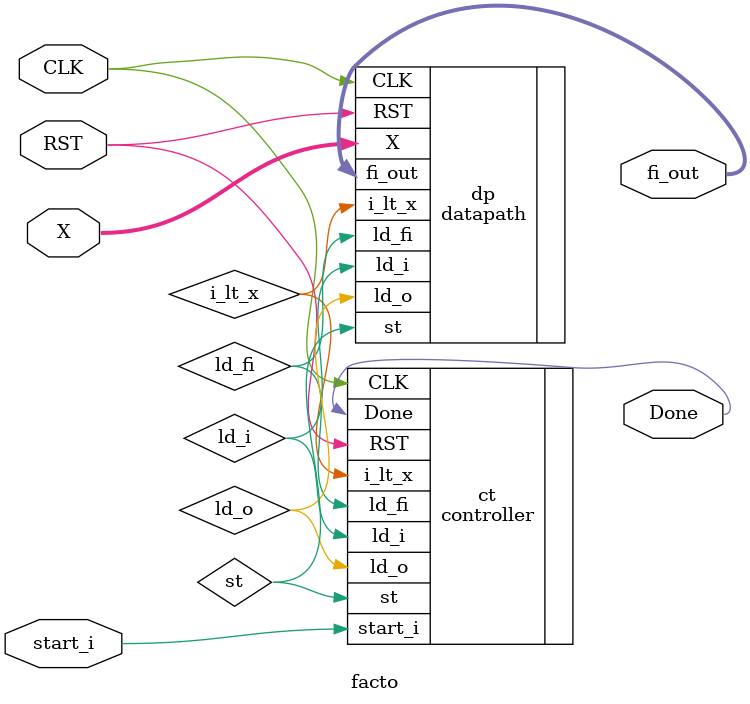
<source format=v>
`include "datapath.v"
`include "controller.v"
module facto(
    input RST,
    input CLK,
    input [7:0] X,
    input start_i,
    output Done,
    output [7:0] fi_out
);
wire ld_i;
wire ld_fi;
wire ld_o;
wire st;
wire i_lt_x;
datapath dp (
    .RST(RST),
    .CLK(CLK),
    .ld_fi(ld_fi),
    .ld_i(ld_i),
    .ld_o(ld_o),
    .X(X),
    .fi_out(fi_out),
    .st(st),
    .i_lt_x(i_lt_x)
);
controller ct(
    .RST(RST),
    .CLK(CLK),
    .i_lt_x(i_lt_x),
    .start_i(start_i),
    .ld_fi(ld_fi),
    .ld_i(ld_i),
    .ld_o(ld_o),
    .st(st),
    .Done(Done)
);

endmodule
</source>
